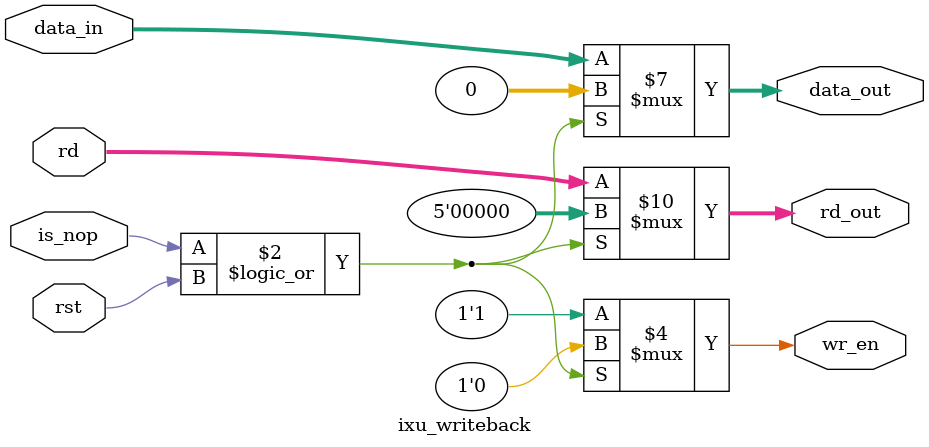
<source format=sv>
module ixu_writeback
(
    input   logic           rst,
    input   logic           is_nop,
    input   logic [4:0]     rd,
    input   logic [31:0]    data_in,
    output  logic [4:0]     rd_out,
    output  logic [31:0]    data_out,
    output  logic           wr_en
);

always_comb begin

    if (is_nop || rst) begin
        rd_out = '0;
        data_out = '0;
        wr_en = '0;
    end else begin
        rd_out = rd;
        data_out = data_in;
        wr_en = '1;
    end

end

endmodule
</source>
